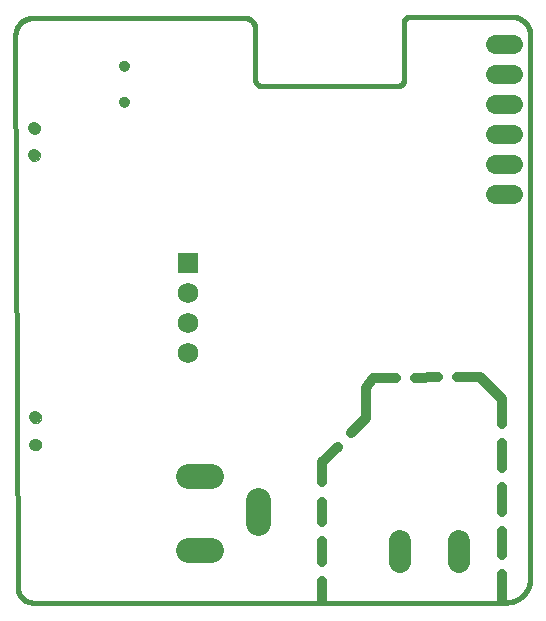
<source format=gbs>
G75*
%MOIN*%
%OFA0B0*%
%FSLAX25Y25*%
%IPPOS*%
%LPD*%
%AMOC8*
5,1,8,0,0,1.08239X$1,22.5*
%
%ADD10C,0.03200*%
%ADD11C,0.01600*%
%ADD12C,0.06400*%
%ADD13C,0.07450*%
%ADD14C,0.08274*%
%ADD15C,0.00000*%
%ADD16C,0.03600*%
%ADD17C,0.04140*%
%ADD18R,0.06900X0.06900*%
%ADD19C,0.06900*%
D10*
X0115973Y0044645D02*
X0115973Y0051459D01*
X0115973Y0057859D02*
X0115973Y0064673D01*
X0115973Y0071073D02*
X0115973Y0077887D01*
X0115973Y0084287D02*
X0115973Y0091102D01*
X0120994Y0096122D01*
X0125519Y0100648D02*
X0130540Y0105669D01*
X0130540Y0115905D01*
X0132902Y0119054D01*
X0140447Y0119138D01*
X0146847Y0119209D02*
X0154391Y0119293D01*
X0160791Y0119364D02*
X0168335Y0119448D01*
X0175816Y0111968D01*
X0175816Y0103781D01*
X0175816Y0097381D02*
X0175816Y0089194D01*
X0175816Y0082794D02*
X0175816Y0074606D01*
X0175816Y0068206D02*
X0175816Y0060019D01*
X0175816Y0053619D02*
X0175816Y0045432D01*
D11*
X0176997Y0044251D02*
X0019517Y0044251D01*
X0019376Y0044253D01*
X0019235Y0044259D01*
X0019094Y0044268D01*
X0018954Y0044282D01*
X0018814Y0044300D01*
X0018675Y0044321D01*
X0018536Y0044346D01*
X0018398Y0044375D01*
X0018261Y0044408D01*
X0018124Y0044444D01*
X0017989Y0044484D01*
X0017855Y0044528D01*
X0017722Y0044576D01*
X0017591Y0044627D01*
X0017461Y0044682D01*
X0017333Y0044741D01*
X0017206Y0044802D01*
X0017081Y0044868D01*
X0016958Y0044937D01*
X0016837Y0045009D01*
X0016718Y0045084D01*
X0016601Y0045163D01*
X0016486Y0045245D01*
X0016373Y0045330D01*
X0016263Y0045418D01*
X0016156Y0045509D01*
X0016051Y0045604D01*
X0015948Y0045701D01*
X0015849Y0045800D01*
X0015752Y0045903D01*
X0015657Y0046008D01*
X0015566Y0046115D01*
X0015478Y0046225D01*
X0015393Y0046338D01*
X0015311Y0046453D01*
X0015232Y0046570D01*
X0015157Y0046689D01*
X0015085Y0046810D01*
X0015016Y0046933D01*
X0014950Y0047058D01*
X0014889Y0047185D01*
X0014830Y0047313D01*
X0014775Y0047443D01*
X0014724Y0047574D01*
X0014676Y0047707D01*
X0014632Y0047841D01*
X0014592Y0047976D01*
X0014556Y0048113D01*
X0014523Y0048250D01*
X0014494Y0048388D01*
X0014469Y0048527D01*
X0014448Y0048666D01*
X0014430Y0048806D01*
X0014416Y0048946D01*
X0014407Y0049087D01*
X0014401Y0049228D01*
X0014399Y0049369D01*
X0014398Y0049369D02*
X0013611Y0233228D01*
X0013613Y0233380D01*
X0013619Y0233532D01*
X0013629Y0233684D01*
X0013642Y0233835D01*
X0013660Y0233986D01*
X0013681Y0234137D01*
X0013707Y0234287D01*
X0013736Y0234436D01*
X0013769Y0234585D01*
X0013806Y0234732D01*
X0013846Y0234879D01*
X0013891Y0235024D01*
X0013939Y0235168D01*
X0013991Y0235311D01*
X0014046Y0235453D01*
X0014105Y0235593D01*
X0014168Y0235732D01*
X0014234Y0235869D01*
X0014304Y0236004D01*
X0014377Y0236137D01*
X0014454Y0236268D01*
X0014534Y0236398D01*
X0014617Y0236525D01*
X0014703Y0236650D01*
X0014793Y0236773D01*
X0014886Y0236893D01*
X0014982Y0237011D01*
X0015081Y0237127D01*
X0015183Y0237240D01*
X0015287Y0237350D01*
X0015395Y0237458D01*
X0015505Y0237562D01*
X0015618Y0237664D01*
X0015734Y0237763D01*
X0015852Y0237859D01*
X0015972Y0237952D01*
X0016095Y0238042D01*
X0016220Y0238128D01*
X0016347Y0238211D01*
X0016477Y0238291D01*
X0016608Y0238368D01*
X0016741Y0238441D01*
X0016876Y0238511D01*
X0017013Y0238577D01*
X0017152Y0238640D01*
X0017292Y0238699D01*
X0017434Y0238754D01*
X0017577Y0238806D01*
X0017721Y0238854D01*
X0017866Y0238899D01*
X0018013Y0238939D01*
X0018160Y0238976D01*
X0018309Y0239009D01*
X0018458Y0239038D01*
X0018608Y0239064D01*
X0018759Y0239085D01*
X0018910Y0239103D01*
X0019061Y0239116D01*
X0019213Y0239126D01*
X0019365Y0239132D01*
X0019517Y0239134D01*
X0019517Y0239133D02*
X0089989Y0239133D01*
X0090105Y0239131D01*
X0090221Y0239125D01*
X0090336Y0239116D01*
X0090451Y0239103D01*
X0090566Y0239086D01*
X0090680Y0239065D01*
X0090794Y0239040D01*
X0090906Y0239012D01*
X0091017Y0238980D01*
X0091128Y0238945D01*
X0091237Y0238906D01*
X0091345Y0238863D01*
X0091451Y0238817D01*
X0091556Y0238768D01*
X0091659Y0238715D01*
X0091761Y0238658D01*
X0091860Y0238599D01*
X0091957Y0238536D01*
X0092053Y0238470D01*
X0092146Y0238401D01*
X0092237Y0238329D01*
X0092325Y0238254D01*
X0092411Y0238176D01*
X0092494Y0238095D01*
X0092575Y0238012D01*
X0092653Y0237926D01*
X0092728Y0237838D01*
X0092800Y0237747D01*
X0092869Y0237654D01*
X0092935Y0237558D01*
X0092998Y0237461D01*
X0093057Y0237362D01*
X0093114Y0237260D01*
X0093167Y0237157D01*
X0093216Y0237052D01*
X0093262Y0236946D01*
X0093305Y0236838D01*
X0093344Y0236729D01*
X0093379Y0236618D01*
X0093411Y0236507D01*
X0093439Y0236395D01*
X0093464Y0236281D01*
X0093485Y0236167D01*
X0093502Y0236052D01*
X0093515Y0235937D01*
X0093524Y0235822D01*
X0093530Y0235706D01*
X0093532Y0235590D01*
X0093532Y0218661D01*
X0093534Y0218566D01*
X0093540Y0218471D01*
X0093549Y0218376D01*
X0093563Y0218282D01*
X0093580Y0218189D01*
X0093601Y0218096D01*
X0093625Y0218004D01*
X0093654Y0217913D01*
X0093685Y0217823D01*
X0093721Y0217735D01*
X0093760Y0217648D01*
X0093803Y0217563D01*
X0093848Y0217480D01*
X0093898Y0217399D01*
X0093950Y0217319D01*
X0094006Y0217242D01*
X0094064Y0217167D01*
X0094126Y0217095D01*
X0094191Y0217025D01*
X0094258Y0216958D01*
X0094328Y0216893D01*
X0094400Y0216831D01*
X0094475Y0216773D01*
X0094552Y0216717D01*
X0094632Y0216665D01*
X0094713Y0216615D01*
X0094796Y0216570D01*
X0094881Y0216527D01*
X0094968Y0216488D01*
X0095056Y0216452D01*
X0095146Y0216421D01*
X0095237Y0216392D01*
X0095329Y0216368D01*
X0095422Y0216347D01*
X0095515Y0216330D01*
X0095609Y0216316D01*
X0095704Y0216307D01*
X0095799Y0216301D01*
X0095894Y0216299D01*
X0095894Y0216298D02*
X0140776Y0216298D01*
X0140776Y0216299D02*
X0140871Y0216301D01*
X0140966Y0216307D01*
X0141061Y0216316D01*
X0141155Y0216330D01*
X0141248Y0216347D01*
X0141341Y0216368D01*
X0141433Y0216392D01*
X0141524Y0216421D01*
X0141614Y0216452D01*
X0141702Y0216488D01*
X0141789Y0216527D01*
X0141874Y0216570D01*
X0141957Y0216615D01*
X0142038Y0216665D01*
X0142118Y0216717D01*
X0142195Y0216773D01*
X0142270Y0216831D01*
X0142342Y0216893D01*
X0142412Y0216958D01*
X0142479Y0217025D01*
X0142544Y0217095D01*
X0142606Y0217167D01*
X0142664Y0217242D01*
X0142720Y0217319D01*
X0142772Y0217399D01*
X0142822Y0217480D01*
X0142867Y0217563D01*
X0142910Y0217648D01*
X0142949Y0217735D01*
X0142985Y0217823D01*
X0143016Y0217913D01*
X0143045Y0218004D01*
X0143069Y0218096D01*
X0143090Y0218189D01*
X0143107Y0218282D01*
X0143121Y0218376D01*
X0143130Y0218471D01*
X0143136Y0218566D01*
X0143138Y0218661D01*
X0143139Y0218661D02*
X0143139Y0237558D01*
X0143138Y0237558D02*
X0143140Y0237644D01*
X0143145Y0237730D01*
X0143155Y0237815D01*
X0143168Y0237900D01*
X0143185Y0237984D01*
X0143205Y0238068D01*
X0143229Y0238150D01*
X0143257Y0238231D01*
X0143288Y0238312D01*
X0143322Y0238390D01*
X0143360Y0238467D01*
X0143402Y0238543D01*
X0143446Y0238616D01*
X0143494Y0238687D01*
X0143545Y0238757D01*
X0143599Y0238824D01*
X0143655Y0238888D01*
X0143715Y0238950D01*
X0143777Y0239010D01*
X0143841Y0239066D01*
X0143908Y0239120D01*
X0143978Y0239171D01*
X0144049Y0239219D01*
X0144123Y0239263D01*
X0144198Y0239305D01*
X0144275Y0239343D01*
X0144353Y0239377D01*
X0144434Y0239408D01*
X0144515Y0239436D01*
X0144597Y0239460D01*
X0144681Y0239480D01*
X0144765Y0239497D01*
X0144850Y0239510D01*
X0144935Y0239520D01*
X0145021Y0239525D01*
X0145107Y0239527D01*
X0178965Y0239527D01*
X0179122Y0239525D01*
X0179279Y0239519D01*
X0179436Y0239509D01*
X0179592Y0239496D01*
X0179748Y0239478D01*
X0179904Y0239457D01*
X0180059Y0239431D01*
X0180213Y0239402D01*
X0180367Y0239369D01*
X0180519Y0239332D01*
X0180671Y0239292D01*
X0180822Y0239247D01*
X0180971Y0239199D01*
X0181119Y0239147D01*
X0181266Y0239092D01*
X0181412Y0239032D01*
X0181556Y0238970D01*
X0181698Y0238903D01*
X0181839Y0238833D01*
X0181978Y0238760D01*
X0182115Y0238683D01*
X0182250Y0238603D01*
X0182382Y0238519D01*
X0182513Y0238432D01*
X0182642Y0238342D01*
X0182768Y0238249D01*
X0182892Y0238153D01*
X0183014Y0238053D01*
X0183133Y0237951D01*
X0183249Y0237845D01*
X0183363Y0237737D01*
X0183474Y0237626D01*
X0183582Y0237512D01*
X0183688Y0237396D01*
X0183790Y0237277D01*
X0183890Y0237155D01*
X0183986Y0237031D01*
X0184079Y0236905D01*
X0184169Y0236776D01*
X0184256Y0236645D01*
X0184340Y0236513D01*
X0184420Y0236378D01*
X0184497Y0236241D01*
X0184570Y0236102D01*
X0184640Y0235961D01*
X0184707Y0235819D01*
X0184769Y0235675D01*
X0184829Y0235529D01*
X0184884Y0235382D01*
X0184936Y0235234D01*
X0184984Y0235085D01*
X0185029Y0234934D01*
X0185069Y0234782D01*
X0185106Y0234630D01*
X0185139Y0234476D01*
X0185168Y0234322D01*
X0185194Y0234167D01*
X0185215Y0234011D01*
X0185233Y0233855D01*
X0185246Y0233699D01*
X0185256Y0233542D01*
X0185262Y0233385D01*
X0185264Y0233228D01*
X0185265Y0233228D02*
X0185265Y0052519D01*
X0185263Y0052319D01*
X0185255Y0052120D01*
X0185243Y0051920D01*
X0185226Y0051721D01*
X0185205Y0051522D01*
X0185178Y0051324D01*
X0185147Y0051127D01*
X0185111Y0050930D01*
X0185070Y0050735D01*
X0185025Y0050540D01*
X0184975Y0050347D01*
X0184920Y0050155D01*
X0184860Y0049964D01*
X0184796Y0049775D01*
X0184728Y0049587D01*
X0184655Y0049401D01*
X0184577Y0049217D01*
X0184495Y0049035D01*
X0184409Y0048855D01*
X0184318Y0048677D01*
X0184223Y0048501D01*
X0184124Y0048327D01*
X0184020Y0048156D01*
X0183913Y0047988D01*
X0183801Y0047822D01*
X0183686Y0047659D01*
X0183567Y0047499D01*
X0183443Y0047342D01*
X0183316Y0047187D01*
X0183186Y0047036D01*
X0183051Y0046888D01*
X0182914Y0046744D01*
X0182772Y0046602D01*
X0182628Y0046465D01*
X0182480Y0046330D01*
X0182329Y0046200D01*
X0182174Y0046073D01*
X0182017Y0045949D01*
X0181857Y0045830D01*
X0181694Y0045715D01*
X0181528Y0045603D01*
X0181360Y0045496D01*
X0181189Y0045392D01*
X0181015Y0045293D01*
X0180839Y0045198D01*
X0180661Y0045107D01*
X0180481Y0045021D01*
X0180299Y0044939D01*
X0180115Y0044861D01*
X0179929Y0044788D01*
X0179741Y0044720D01*
X0179552Y0044656D01*
X0179361Y0044596D01*
X0179169Y0044541D01*
X0178976Y0044491D01*
X0178781Y0044446D01*
X0178586Y0044405D01*
X0178389Y0044369D01*
X0178192Y0044338D01*
X0177994Y0044311D01*
X0177795Y0044290D01*
X0177596Y0044273D01*
X0177396Y0044261D01*
X0177197Y0044253D01*
X0176997Y0044251D01*
D12*
X0179541Y0180302D02*
X0173541Y0180302D01*
X0173541Y0190302D02*
X0179541Y0190302D01*
X0179541Y0200302D02*
X0173541Y0200302D01*
X0173541Y0210302D02*
X0179541Y0210302D01*
X0179541Y0220302D02*
X0173541Y0220302D01*
X0173541Y0230302D02*
X0179541Y0230302D01*
D13*
X0161643Y0064823D02*
X0161643Y0057773D01*
X0141957Y0057773D02*
X0141957Y0064823D01*
D14*
X0094630Y0070710D02*
X0094630Y0078584D01*
X0078882Y0086458D02*
X0071008Y0086458D01*
X0071008Y0061655D02*
X0078882Y0061655D01*
D15*
X0018429Y0096891D02*
X0018431Y0096977D01*
X0018437Y0097064D01*
X0018447Y0097149D01*
X0018461Y0097235D01*
X0018479Y0097319D01*
X0018500Y0097403D01*
X0018526Y0097485D01*
X0018555Y0097567D01*
X0018588Y0097646D01*
X0018625Y0097725D01*
X0018665Y0097801D01*
X0018709Y0097875D01*
X0018756Y0097948D01*
X0018807Y0098018D01*
X0018860Y0098086D01*
X0018917Y0098151D01*
X0018977Y0098213D01*
X0019039Y0098273D01*
X0019104Y0098330D01*
X0019172Y0098383D01*
X0019242Y0098434D01*
X0019315Y0098481D01*
X0019389Y0098525D01*
X0019465Y0098565D01*
X0019544Y0098602D01*
X0019623Y0098635D01*
X0019705Y0098664D01*
X0019787Y0098690D01*
X0019871Y0098711D01*
X0019955Y0098729D01*
X0020041Y0098743D01*
X0020126Y0098753D01*
X0020213Y0098759D01*
X0020299Y0098761D01*
X0020385Y0098759D01*
X0020472Y0098753D01*
X0020557Y0098743D01*
X0020643Y0098729D01*
X0020727Y0098711D01*
X0020811Y0098690D01*
X0020893Y0098664D01*
X0020975Y0098635D01*
X0021054Y0098602D01*
X0021133Y0098565D01*
X0021209Y0098525D01*
X0021283Y0098481D01*
X0021356Y0098434D01*
X0021426Y0098383D01*
X0021494Y0098330D01*
X0021559Y0098273D01*
X0021621Y0098213D01*
X0021681Y0098151D01*
X0021738Y0098086D01*
X0021791Y0098018D01*
X0021842Y0097948D01*
X0021889Y0097875D01*
X0021933Y0097801D01*
X0021973Y0097725D01*
X0022010Y0097646D01*
X0022043Y0097567D01*
X0022072Y0097485D01*
X0022098Y0097403D01*
X0022119Y0097319D01*
X0022137Y0097235D01*
X0022151Y0097149D01*
X0022161Y0097064D01*
X0022167Y0096977D01*
X0022169Y0096891D01*
X0022167Y0096805D01*
X0022161Y0096718D01*
X0022151Y0096633D01*
X0022137Y0096547D01*
X0022119Y0096463D01*
X0022098Y0096379D01*
X0022072Y0096297D01*
X0022043Y0096215D01*
X0022010Y0096136D01*
X0021973Y0096057D01*
X0021933Y0095981D01*
X0021889Y0095907D01*
X0021842Y0095834D01*
X0021791Y0095764D01*
X0021738Y0095696D01*
X0021681Y0095631D01*
X0021621Y0095569D01*
X0021559Y0095509D01*
X0021494Y0095452D01*
X0021426Y0095399D01*
X0021356Y0095348D01*
X0021283Y0095301D01*
X0021209Y0095257D01*
X0021133Y0095217D01*
X0021054Y0095180D01*
X0020975Y0095147D01*
X0020893Y0095118D01*
X0020811Y0095092D01*
X0020727Y0095071D01*
X0020643Y0095053D01*
X0020557Y0095039D01*
X0020472Y0095029D01*
X0020385Y0095023D01*
X0020299Y0095021D01*
X0020213Y0095023D01*
X0020126Y0095029D01*
X0020041Y0095039D01*
X0019955Y0095053D01*
X0019871Y0095071D01*
X0019787Y0095092D01*
X0019705Y0095118D01*
X0019623Y0095147D01*
X0019544Y0095180D01*
X0019465Y0095217D01*
X0019389Y0095257D01*
X0019315Y0095301D01*
X0019242Y0095348D01*
X0019172Y0095399D01*
X0019104Y0095452D01*
X0019039Y0095509D01*
X0018977Y0095569D01*
X0018917Y0095631D01*
X0018860Y0095696D01*
X0018807Y0095764D01*
X0018756Y0095834D01*
X0018709Y0095907D01*
X0018665Y0095981D01*
X0018625Y0096057D01*
X0018588Y0096136D01*
X0018555Y0096215D01*
X0018526Y0096297D01*
X0018500Y0096379D01*
X0018479Y0096463D01*
X0018461Y0096547D01*
X0018447Y0096633D01*
X0018437Y0096718D01*
X0018431Y0096805D01*
X0018429Y0096891D01*
X0018429Y0105946D02*
X0018431Y0106032D01*
X0018437Y0106119D01*
X0018447Y0106204D01*
X0018461Y0106290D01*
X0018479Y0106374D01*
X0018500Y0106458D01*
X0018526Y0106540D01*
X0018555Y0106622D01*
X0018588Y0106701D01*
X0018625Y0106780D01*
X0018665Y0106856D01*
X0018709Y0106930D01*
X0018756Y0107003D01*
X0018807Y0107073D01*
X0018860Y0107141D01*
X0018917Y0107206D01*
X0018977Y0107268D01*
X0019039Y0107328D01*
X0019104Y0107385D01*
X0019172Y0107438D01*
X0019242Y0107489D01*
X0019315Y0107536D01*
X0019389Y0107580D01*
X0019465Y0107620D01*
X0019544Y0107657D01*
X0019623Y0107690D01*
X0019705Y0107719D01*
X0019787Y0107745D01*
X0019871Y0107766D01*
X0019955Y0107784D01*
X0020041Y0107798D01*
X0020126Y0107808D01*
X0020213Y0107814D01*
X0020299Y0107816D01*
X0020385Y0107814D01*
X0020472Y0107808D01*
X0020557Y0107798D01*
X0020643Y0107784D01*
X0020727Y0107766D01*
X0020811Y0107745D01*
X0020893Y0107719D01*
X0020975Y0107690D01*
X0021054Y0107657D01*
X0021133Y0107620D01*
X0021209Y0107580D01*
X0021283Y0107536D01*
X0021356Y0107489D01*
X0021426Y0107438D01*
X0021494Y0107385D01*
X0021559Y0107328D01*
X0021621Y0107268D01*
X0021681Y0107206D01*
X0021738Y0107141D01*
X0021791Y0107073D01*
X0021842Y0107003D01*
X0021889Y0106930D01*
X0021933Y0106856D01*
X0021973Y0106780D01*
X0022010Y0106701D01*
X0022043Y0106622D01*
X0022072Y0106540D01*
X0022098Y0106458D01*
X0022119Y0106374D01*
X0022137Y0106290D01*
X0022151Y0106204D01*
X0022161Y0106119D01*
X0022167Y0106032D01*
X0022169Y0105946D01*
X0022167Y0105860D01*
X0022161Y0105773D01*
X0022151Y0105688D01*
X0022137Y0105602D01*
X0022119Y0105518D01*
X0022098Y0105434D01*
X0022072Y0105352D01*
X0022043Y0105270D01*
X0022010Y0105191D01*
X0021973Y0105112D01*
X0021933Y0105036D01*
X0021889Y0104962D01*
X0021842Y0104889D01*
X0021791Y0104819D01*
X0021738Y0104751D01*
X0021681Y0104686D01*
X0021621Y0104624D01*
X0021559Y0104564D01*
X0021494Y0104507D01*
X0021426Y0104454D01*
X0021356Y0104403D01*
X0021283Y0104356D01*
X0021209Y0104312D01*
X0021133Y0104272D01*
X0021054Y0104235D01*
X0020975Y0104202D01*
X0020893Y0104173D01*
X0020811Y0104147D01*
X0020727Y0104126D01*
X0020643Y0104108D01*
X0020557Y0104094D01*
X0020472Y0104084D01*
X0020385Y0104078D01*
X0020299Y0104076D01*
X0020213Y0104078D01*
X0020126Y0104084D01*
X0020041Y0104094D01*
X0019955Y0104108D01*
X0019871Y0104126D01*
X0019787Y0104147D01*
X0019705Y0104173D01*
X0019623Y0104202D01*
X0019544Y0104235D01*
X0019465Y0104272D01*
X0019389Y0104312D01*
X0019315Y0104356D01*
X0019242Y0104403D01*
X0019172Y0104454D01*
X0019104Y0104507D01*
X0019039Y0104564D01*
X0018977Y0104624D01*
X0018917Y0104686D01*
X0018860Y0104751D01*
X0018807Y0104819D01*
X0018756Y0104889D01*
X0018709Y0104962D01*
X0018665Y0105036D01*
X0018625Y0105112D01*
X0018588Y0105191D01*
X0018555Y0105270D01*
X0018526Y0105352D01*
X0018500Y0105434D01*
X0018479Y0105518D01*
X0018461Y0105602D01*
X0018447Y0105688D01*
X0018437Y0105773D01*
X0018431Y0105860D01*
X0018429Y0105946D01*
X0018036Y0193348D02*
X0018038Y0193434D01*
X0018044Y0193521D01*
X0018054Y0193606D01*
X0018068Y0193692D01*
X0018086Y0193776D01*
X0018107Y0193860D01*
X0018133Y0193942D01*
X0018162Y0194024D01*
X0018195Y0194103D01*
X0018232Y0194182D01*
X0018272Y0194258D01*
X0018316Y0194332D01*
X0018363Y0194405D01*
X0018414Y0194475D01*
X0018467Y0194543D01*
X0018524Y0194608D01*
X0018584Y0194670D01*
X0018646Y0194730D01*
X0018711Y0194787D01*
X0018779Y0194840D01*
X0018849Y0194891D01*
X0018922Y0194938D01*
X0018996Y0194982D01*
X0019072Y0195022D01*
X0019151Y0195059D01*
X0019230Y0195092D01*
X0019312Y0195121D01*
X0019394Y0195147D01*
X0019478Y0195168D01*
X0019562Y0195186D01*
X0019648Y0195200D01*
X0019733Y0195210D01*
X0019820Y0195216D01*
X0019906Y0195218D01*
X0019992Y0195216D01*
X0020079Y0195210D01*
X0020164Y0195200D01*
X0020250Y0195186D01*
X0020334Y0195168D01*
X0020418Y0195147D01*
X0020500Y0195121D01*
X0020582Y0195092D01*
X0020661Y0195059D01*
X0020740Y0195022D01*
X0020816Y0194982D01*
X0020890Y0194938D01*
X0020963Y0194891D01*
X0021033Y0194840D01*
X0021101Y0194787D01*
X0021166Y0194730D01*
X0021228Y0194670D01*
X0021288Y0194608D01*
X0021345Y0194543D01*
X0021398Y0194475D01*
X0021449Y0194405D01*
X0021496Y0194332D01*
X0021540Y0194258D01*
X0021580Y0194182D01*
X0021617Y0194103D01*
X0021650Y0194024D01*
X0021679Y0193942D01*
X0021705Y0193860D01*
X0021726Y0193776D01*
X0021744Y0193692D01*
X0021758Y0193606D01*
X0021768Y0193521D01*
X0021774Y0193434D01*
X0021776Y0193348D01*
X0021774Y0193262D01*
X0021768Y0193175D01*
X0021758Y0193090D01*
X0021744Y0193004D01*
X0021726Y0192920D01*
X0021705Y0192836D01*
X0021679Y0192754D01*
X0021650Y0192672D01*
X0021617Y0192593D01*
X0021580Y0192514D01*
X0021540Y0192438D01*
X0021496Y0192364D01*
X0021449Y0192291D01*
X0021398Y0192221D01*
X0021345Y0192153D01*
X0021288Y0192088D01*
X0021228Y0192026D01*
X0021166Y0191966D01*
X0021101Y0191909D01*
X0021033Y0191856D01*
X0020963Y0191805D01*
X0020890Y0191758D01*
X0020816Y0191714D01*
X0020740Y0191674D01*
X0020661Y0191637D01*
X0020582Y0191604D01*
X0020500Y0191575D01*
X0020418Y0191549D01*
X0020334Y0191528D01*
X0020250Y0191510D01*
X0020164Y0191496D01*
X0020079Y0191486D01*
X0019992Y0191480D01*
X0019906Y0191478D01*
X0019820Y0191480D01*
X0019733Y0191486D01*
X0019648Y0191496D01*
X0019562Y0191510D01*
X0019478Y0191528D01*
X0019394Y0191549D01*
X0019312Y0191575D01*
X0019230Y0191604D01*
X0019151Y0191637D01*
X0019072Y0191674D01*
X0018996Y0191714D01*
X0018922Y0191758D01*
X0018849Y0191805D01*
X0018779Y0191856D01*
X0018711Y0191909D01*
X0018646Y0191966D01*
X0018584Y0192026D01*
X0018524Y0192088D01*
X0018467Y0192153D01*
X0018414Y0192221D01*
X0018363Y0192291D01*
X0018316Y0192364D01*
X0018272Y0192438D01*
X0018232Y0192514D01*
X0018195Y0192593D01*
X0018162Y0192672D01*
X0018133Y0192754D01*
X0018107Y0192836D01*
X0018086Y0192920D01*
X0018068Y0193004D01*
X0018054Y0193090D01*
X0018044Y0193175D01*
X0018038Y0193262D01*
X0018036Y0193348D01*
X0018036Y0202403D02*
X0018038Y0202489D01*
X0018044Y0202576D01*
X0018054Y0202661D01*
X0018068Y0202747D01*
X0018086Y0202831D01*
X0018107Y0202915D01*
X0018133Y0202997D01*
X0018162Y0203079D01*
X0018195Y0203158D01*
X0018232Y0203237D01*
X0018272Y0203313D01*
X0018316Y0203387D01*
X0018363Y0203460D01*
X0018414Y0203530D01*
X0018467Y0203598D01*
X0018524Y0203663D01*
X0018584Y0203725D01*
X0018646Y0203785D01*
X0018711Y0203842D01*
X0018779Y0203895D01*
X0018849Y0203946D01*
X0018922Y0203993D01*
X0018996Y0204037D01*
X0019072Y0204077D01*
X0019151Y0204114D01*
X0019230Y0204147D01*
X0019312Y0204176D01*
X0019394Y0204202D01*
X0019478Y0204223D01*
X0019562Y0204241D01*
X0019648Y0204255D01*
X0019733Y0204265D01*
X0019820Y0204271D01*
X0019906Y0204273D01*
X0019992Y0204271D01*
X0020079Y0204265D01*
X0020164Y0204255D01*
X0020250Y0204241D01*
X0020334Y0204223D01*
X0020418Y0204202D01*
X0020500Y0204176D01*
X0020582Y0204147D01*
X0020661Y0204114D01*
X0020740Y0204077D01*
X0020816Y0204037D01*
X0020890Y0203993D01*
X0020963Y0203946D01*
X0021033Y0203895D01*
X0021101Y0203842D01*
X0021166Y0203785D01*
X0021228Y0203725D01*
X0021288Y0203663D01*
X0021345Y0203598D01*
X0021398Y0203530D01*
X0021449Y0203460D01*
X0021496Y0203387D01*
X0021540Y0203313D01*
X0021580Y0203237D01*
X0021617Y0203158D01*
X0021650Y0203079D01*
X0021679Y0202997D01*
X0021705Y0202915D01*
X0021726Y0202831D01*
X0021744Y0202747D01*
X0021758Y0202661D01*
X0021768Y0202576D01*
X0021774Y0202489D01*
X0021776Y0202403D01*
X0021774Y0202317D01*
X0021768Y0202230D01*
X0021758Y0202145D01*
X0021744Y0202059D01*
X0021726Y0201975D01*
X0021705Y0201891D01*
X0021679Y0201809D01*
X0021650Y0201727D01*
X0021617Y0201648D01*
X0021580Y0201569D01*
X0021540Y0201493D01*
X0021496Y0201419D01*
X0021449Y0201346D01*
X0021398Y0201276D01*
X0021345Y0201208D01*
X0021288Y0201143D01*
X0021228Y0201081D01*
X0021166Y0201021D01*
X0021101Y0200964D01*
X0021033Y0200911D01*
X0020963Y0200860D01*
X0020890Y0200813D01*
X0020816Y0200769D01*
X0020740Y0200729D01*
X0020661Y0200692D01*
X0020582Y0200659D01*
X0020500Y0200630D01*
X0020418Y0200604D01*
X0020334Y0200583D01*
X0020250Y0200565D01*
X0020164Y0200551D01*
X0020079Y0200541D01*
X0019992Y0200535D01*
X0019906Y0200533D01*
X0019820Y0200535D01*
X0019733Y0200541D01*
X0019648Y0200551D01*
X0019562Y0200565D01*
X0019478Y0200583D01*
X0019394Y0200604D01*
X0019312Y0200630D01*
X0019230Y0200659D01*
X0019151Y0200692D01*
X0019072Y0200729D01*
X0018996Y0200769D01*
X0018922Y0200813D01*
X0018849Y0200860D01*
X0018779Y0200911D01*
X0018711Y0200964D01*
X0018646Y0201021D01*
X0018584Y0201081D01*
X0018524Y0201143D01*
X0018467Y0201208D01*
X0018414Y0201276D01*
X0018363Y0201346D01*
X0018316Y0201419D01*
X0018272Y0201493D01*
X0018232Y0201569D01*
X0018195Y0201648D01*
X0018162Y0201727D01*
X0018133Y0201809D01*
X0018107Y0201891D01*
X0018086Y0201975D01*
X0018068Y0202059D01*
X0018054Y0202145D01*
X0018044Y0202230D01*
X0018038Y0202317D01*
X0018036Y0202403D01*
X0048227Y0211167D02*
X0048229Y0211247D01*
X0048235Y0211326D01*
X0048245Y0211405D01*
X0048259Y0211484D01*
X0048276Y0211562D01*
X0048298Y0211639D01*
X0048323Y0211714D01*
X0048353Y0211788D01*
X0048385Y0211861D01*
X0048422Y0211932D01*
X0048462Y0212001D01*
X0048505Y0212068D01*
X0048552Y0212133D01*
X0048601Y0212195D01*
X0048654Y0212255D01*
X0048710Y0212312D01*
X0048768Y0212367D01*
X0048829Y0212418D01*
X0048893Y0212466D01*
X0048959Y0212511D01*
X0049027Y0212553D01*
X0049097Y0212591D01*
X0049169Y0212625D01*
X0049242Y0212656D01*
X0049317Y0212684D01*
X0049394Y0212707D01*
X0049471Y0212727D01*
X0049549Y0212743D01*
X0049628Y0212755D01*
X0049707Y0212763D01*
X0049787Y0212767D01*
X0049867Y0212767D01*
X0049947Y0212763D01*
X0050026Y0212755D01*
X0050105Y0212743D01*
X0050183Y0212727D01*
X0050260Y0212707D01*
X0050337Y0212684D01*
X0050412Y0212656D01*
X0050485Y0212625D01*
X0050557Y0212591D01*
X0050627Y0212553D01*
X0050695Y0212511D01*
X0050761Y0212466D01*
X0050825Y0212418D01*
X0050886Y0212367D01*
X0050944Y0212312D01*
X0051000Y0212255D01*
X0051053Y0212195D01*
X0051102Y0212133D01*
X0051149Y0212068D01*
X0051192Y0212001D01*
X0051232Y0211932D01*
X0051269Y0211861D01*
X0051301Y0211788D01*
X0051331Y0211714D01*
X0051356Y0211639D01*
X0051378Y0211562D01*
X0051395Y0211484D01*
X0051409Y0211405D01*
X0051419Y0211326D01*
X0051425Y0211247D01*
X0051427Y0211167D01*
X0051425Y0211087D01*
X0051419Y0211008D01*
X0051409Y0210929D01*
X0051395Y0210850D01*
X0051378Y0210772D01*
X0051356Y0210695D01*
X0051331Y0210620D01*
X0051301Y0210546D01*
X0051269Y0210473D01*
X0051232Y0210402D01*
X0051192Y0210333D01*
X0051149Y0210266D01*
X0051102Y0210201D01*
X0051053Y0210139D01*
X0051000Y0210079D01*
X0050944Y0210022D01*
X0050886Y0209967D01*
X0050825Y0209916D01*
X0050761Y0209868D01*
X0050695Y0209823D01*
X0050627Y0209781D01*
X0050557Y0209743D01*
X0050485Y0209709D01*
X0050412Y0209678D01*
X0050337Y0209650D01*
X0050260Y0209627D01*
X0050183Y0209607D01*
X0050105Y0209591D01*
X0050026Y0209579D01*
X0049947Y0209571D01*
X0049867Y0209567D01*
X0049787Y0209567D01*
X0049707Y0209571D01*
X0049628Y0209579D01*
X0049549Y0209591D01*
X0049471Y0209607D01*
X0049394Y0209627D01*
X0049317Y0209650D01*
X0049242Y0209678D01*
X0049169Y0209709D01*
X0049097Y0209743D01*
X0049027Y0209781D01*
X0048959Y0209823D01*
X0048893Y0209868D01*
X0048829Y0209916D01*
X0048768Y0209967D01*
X0048710Y0210022D01*
X0048654Y0210079D01*
X0048601Y0210139D01*
X0048552Y0210201D01*
X0048505Y0210266D01*
X0048462Y0210333D01*
X0048422Y0210402D01*
X0048385Y0210473D01*
X0048353Y0210546D01*
X0048323Y0210620D01*
X0048298Y0210695D01*
X0048276Y0210772D01*
X0048259Y0210850D01*
X0048245Y0210929D01*
X0048235Y0211008D01*
X0048229Y0211087D01*
X0048227Y0211167D01*
X0048227Y0223167D02*
X0048229Y0223247D01*
X0048235Y0223326D01*
X0048245Y0223405D01*
X0048259Y0223484D01*
X0048276Y0223562D01*
X0048298Y0223639D01*
X0048323Y0223714D01*
X0048353Y0223788D01*
X0048385Y0223861D01*
X0048422Y0223932D01*
X0048462Y0224001D01*
X0048505Y0224068D01*
X0048552Y0224133D01*
X0048601Y0224195D01*
X0048654Y0224255D01*
X0048710Y0224312D01*
X0048768Y0224367D01*
X0048829Y0224418D01*
X0048893Y0224466D01*
X0048959Y0224511D01*
X0049027Y0224553D01*
X0049097Y0224591D01*
X0049169Y0224625D01*
X0049242Y0224656D01*
X0049317Y0224684D01*
X0049394Y0224707D01*
X0049471Y0224727D01*
X0049549Y0224743D01*
X0049628Y0224755D01*
X0049707Y0224763D01*
X0049787Y0224767D01*
X0049867Y0224767D01*
X0049947Y0224763D01*
X0050026Y0224755D01*
X0050105Y0224743D01*
X0050183Y0224727D01*
X0050260Y0224707D01*
X0050337Y0224684D01*
X0050412Y0224656D01*
X0050485Y0224625D01*
X0050557Y0224591D01*
X0050627Y0224553D01*
X0050695Y0224511D01*
X0050761Y0224466D01*
X0050825Y0224418D01*
X0050886Y0224367D01*
X0050944Y0224312D01*
X0051000Y0224255D01*
X0051053Y0224195D01*
X0051102Y0224133D01*
X0051149Y0224068D01*
X0051192Y0224001D01*
X0051232Y0223932D01*
X0051269Y0223861D01*
X0051301Y0223788D01*
X0051331Y0223714D01*
X0051356Y0223639D01*
X0051378Y0223562D01*
X0051395Y0223484D01*
X0051409Y0223405D01*
X0051419Y0223326D01*
X0051425Y0223247D01*
X0051427Y0223167D01*
X0051425Y0223087D01*
X0051419Y0223008D01*
X0051409Y0222929D01*
X0051395Y0222850D01*
X0051378Y0222772D01*
X0051356Y0222695D01*
X0051331Y0222620D01*
X0051301Y0222546D01*
X0051269Y0222473D01*
X0051232Y0222402D01*
X0051192Y0222333D01*
X0051149Y0222266D01*
X0051102Y0222201D01*
X0051053Y0222139D01*
X0051000Y0222079D01*
X0050944Y0222022D01*
X0050886Y0221967D01*
X0050825Y0221916D01*
X0050761Y0221868D01*
X0050695Y0221823D01*
X0050627Y0221781D01*
X0050557Y0221743D01*
X0050485Y0221709D01*
X0050412Y0221678D01*
X0050337Y0221650D01*
X0050260Y0221627D01*
X0050183Y0221607D01*
X0050105Y0221591D01*
X0050026Y0221579D01*
X0049947Y0221571D01*
X0049867Y0221567D01*
X0049787Y0221567D01*
X0049707Y0221571D01*
X0049628Y0221579D01*
X0049549Y0221591D01*
X0049471Y0221607D01*
X0049394Y0221627D01*
X0049317Y0221650D01*
X0049242Y0221678D01*
X0049169Y0221709D01*
X0049097Y0221743D01*
X0049027Y0221781D01*
X0048959Y0221823D01*
X0048893Y0221868D01*
X0048829Y0221916D01*
X0048768Y0221967D01*
X0048710Y0222022D01*
X0048654Y0222079D01*
X0048601Y0222139D01*
X0048552Y0222201D01*
X0048505Y0222266D01*
X0048462Y0222333D01*
X0048422Y0222402D01*
X0048385Y0222473D01*
X0048353Y0222546D01*
X0048323Y0222620D01*
X0048298Y0222695D01*
X0048276Y0222772D01*
X0048259Y0222850D01*
X0048245Y0222929D01*
X0048235Y0223008D01*
X0048229Y0223087D01*
X0048227Y0223167D01*
D16*
X0049827Y0223167D03*
X0049827Y0211167D03*
D17*
X0019906Y0202403D03*
X0019906Y0193348D03*
X0020299Y0105946D03*
X0020299Y0096891D03*
D18*
X0071087Y0157364D03*
D19*
X0071087Y0147364D03*
X0071087Y0137364D03*
X0071087Y0127364D03*
M02*

</source>
